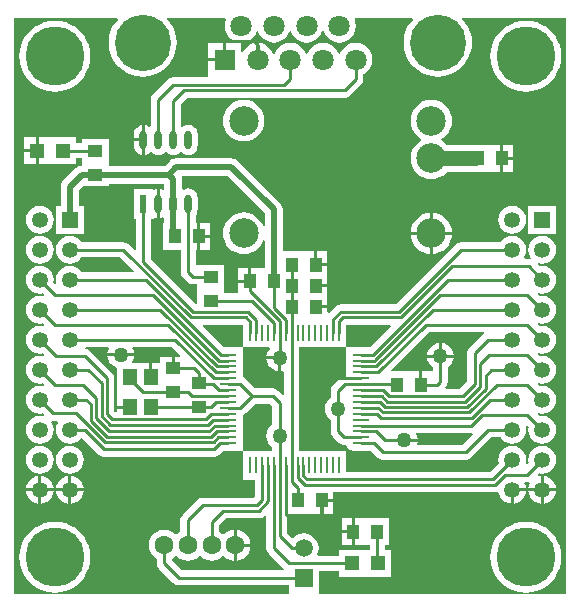
<source format=gtl>
%FSLAX25Y25*%
%MOIN*%
G70*
G01*
G75*
G04 Layer_Physical_Order=1*
G04 Layer_Color=255*
%ADD10R,0.05118X0.03937*%
%ADD11R,0.04724X0.05512*%
%ADD12R,0.04724X0.05512*%
%ADD13R,0.02362X0.06102*%
%ADD14O,0.02362X0.06102*%
%ADD15R,0.03937X0.05118*%
%ADD16R,0.04724X0.05118*%
%ADD17R,0.00984X0.05709*%
%ADD18R,0.05709X0.00984*%
%ADD19O,0.05709X0.00984*%
%ADD20C,0.01000*%
%ADD21C,0.02000*%
%ADD22C,0.05000*%
%ADD23C,0.09843*%
%ADD24R,0.05906X0.05906*%
%ADD25C,0.05906*%
%ADD26C,0.07087*%
%ADD27R,0.07087X0.07087*%
%ADD28C,0.18740*%
%ADD29C,0.06299*%
%ADD30C,0.05315*%
%ADD31R,0.05315X0.05315*%
%ADD32C,0.05000*%
%ADD33C,0.19685*%
G36*
X630787Y470836D02*
X630596Y470374D01*
X629000D01*
Y466436D01*
X628000D01*
Y470374D01*
X623973D01*
Y468146D01*
X621543D01*
Y463420D01*
X620543D01*
Y468146D01*
X615007D01*
X614786Y468594D01*
X614903Y468747D01*
X615353Y469834D01*
X615441Y470500D01*
X606559D01*
X606646Y469834D01*
X607097Y468747D01*
X607813Y467813D01*
X608746Y467097D01*
X609626Y466733D01*
Y458697D01*
X609626Y458697D01*
X609626Y458303D01*
X609626D01*
Y454079D01*
X613958D01*
Y453079D01*
X609626D01*
Y452052D01*
X609146D01*
X608879Y452319D01*
Y463138D01*
X608687Y464101D01*
X608142Y464918D01*
X600780Y472280D01*
X599963Y472825D01*
X599000Y473017D01*
Y473130D01*
X599354Y473483D01*
X606742D01*
X607020Y473067D01*
X606646Y472166D01*
X606559Y471500D01*
X615441D01*
X615353Y472166D01*
X614903Y473253D01*
X615017Y473483D01*
X628140D01*
X630787Y470836D01*
D02*
G37*
G36*
X728453Y444513D02*
X724958Y441017D01*
X710191D01*
X709861Y441393D01*
X709941Y442000D01*
X705499D01*
Y443000D01*
X709941D01*
X709854Y443667D01*
X709403Y444754D01*
X709470Y444889D01*
X727891D01*
X728218Y444954D01*
X728453Y444513D01*
D02*
G37*
G36*
X658943Y518197D02*
Y513986D01*
X658448Y513912D01*
X658376Y514149D01*
X657737Y515346D01*
X656876Y516395D01*
X655827Y517256D01*
X654630Y517896D01*
X653331Y518290D01*
X651980Y518423D01*
X650630Y518290D01*
X649331Y517896D01*
X648134Y517256D01*
X647085Y516395D01*
X646224Y515346D01*
X645584Y514149D01*
X645190Y512851D01*
X645057Y511500D01*
X645190Y510149D01*
X645584Y508851D01*
X646224Y507654D01*
X647085Y506605D01*
X648134Y505744D01*
X649331Y505104D01*
X650630Y504710D01*
X651980Y504577D01*
X653331Y504710D01*
X654630Y505104D01*
X655827Y505744D01*
X656876Y506605D01*
X657737Y507654D01*
X658376Y508851D01*
X658448Y509088D01*
X658943Y509014D01*
Y500028D01*
X658000D01*
Y500028D01*
Y500028D01*
X658000D01*
Y500028D01*
X654563D01*
Y495499D01*
X654064D01*
Y495000D01*
X650126D01*
Y491517D01*
X645528D01*
Y493000D01*
D01*
Y493000D01*
X645528Y493000D01*
Y493000D01*
X645528D01*
X645528D01*
Y500874D01*
X636473D01*
Y500874D01*
X636370D01*
X636017Y501228D01*
Y505972D01*
X636437D01*
Y510499D01*
Y515028D01*
X636017D01*
Y517606D01*
X636251Y517912D01*
X636568Y518678D01*
X636677Y519500D01*
Y523240D01*
X636568Y524062D01*
X636251Y524828D01*
X635746Y525487D01*
X635088Y525991D01*
X634322Y526309D01*
X633500Y526417D01*
X632678Y526309D01*
X631912Y525991D01*
X631494Y526197D01*
Y529500D01*
X631392Y530275D01*
X631546Y530506D01*
X646634D01*
X658943Y518197D01*
D02*
G37*
G36*
X659546Y417334D02*
Y406437D01*
X659546Y406437D01*
X659546D01*
X659738Y405474D01*
X660283Y404657D01*
X665220Y399720D01*
X665277Y399683D01*
X665131Y399204D01*
X631355D01*
X628017Y402542D01*
Y403003D01*
X628081Y403029D01*
X629150Y403850D01*
X629187Y403898D01*
X629687D01*
X629724Y403850D01*
X630793Y403029D01*
X632038Y402514D01*
X633374Y402338D01*
X634710Y402514D01*
X635955Y403029D01*
X637024Y403850D01*
X637061Y403898D01*
X637561D01*
X637598Y403850D01*
X638667Y403029D01*
X639912Y402514D01*
X641248Y402338D01*
X642584Y402514D01*
X643829Y403029D01*
X644898Y403850D01*
X644935Y403898D01*
X645435D01*
X645472Y403850D01*
X646541Y403029D01*
X647786Y402514D01*
X648622Y402404D01*
Y407499D01*
Y412596D01*
X647786Y412486D01*
X646541Y411971D01*
X645472Y411150D01*
X645435Y411102D01*
X644935D01*
X644898Y411150D01*
X643829Y411971D01*
X643765Y411997D01*
Y414206D01*
X646042Y416483D01*
X657000D01*
X657963Y416675D01*
X658780Y417220D01*
X659084Y417525D01*
X659546Y417334D01*
D02*
G37*
G36*
X732057Y478005D02*
X731720Y477780D01*
X727220Y473280D01*
X726675Y472463D01*
X726483Y471500D01*
Y462196D01*
X723957Y459670D01*
X719383D01*
X719192Y460132D01*
X719280Y460220D01*
X719825Y461037D01*
X720017Y462000D01*
Y466799D01*
X720687Y467313D01*
X721403Y468247D01*
X721853Y469334D01*
X721941Y470000D01*
X713059D01*
X713146Y469334D01*
X713597Y468247D01*
X714313Y467313D01*
X714983Y466799D01*
Y465528D01*
X714874D01*
Y465527D01*
X711437D01*
Y460999D01*
X710437D01*
Y465527D01*
X707000D01*
D01*
X707000Y465528D01*
X707000D01*
Y465527D01*
D01*
X701324D01*
X701132Y465989D01*
X713626Y478483D01*
X731912D01*
X732057Y478005D01*
D02*
G37*
G36*
X759505Y391082D02*
X676921D01*
Y391579D01*
X676921D01*
Y398983D01*
X683776D01*
Y396972D01*
X692437D01*
Y396972D01*
X692437D01*
X692437Y396972D01*
X692791Y396972D01*
X692791Y396972D01*
Y396972D01*
X701098D01*
Y406028D01*
X698954D01*
Y407472D01*
X700374D01*
Y416528D01*
X692854D01*
X692853Y416528D01*
Y416528D01*
X692500Y416528D01*
D01*
X692500Y416528D01*
X692500Y416528D01*
D01*
X692500D01*
X692146Y416528D01*
X692146Y416528D01*
Y416528D01*
X689063D01*
Y411999D01*
Y407472D01*
X692500D01*
Y407472D01*
X692500D01*
X692500Y407472D01*
X692853Y407472D01*
X692854Y407472D01*
Y407472D01*
X693920D01*
Y406028D01*
X692791D01*
X692791Y406028D01*
Y406028D01*
X692437Y406028D01*
D01*
X692437Y406028D01*
X692437Y406028D01*
D01*
X692437D01*
X692083Y406028D01*
X692083Y406028D01*
Y406028D01*
X683776D01*
Y404017D01*
X676748D01*
X676470Y404433D01*
X676795Y405215D01*
X676964Y406500D01*
X676795Y407785D01*
X676299Y408982D01*
X675510Y410010D01*
X674482Y410799D01*
X673285Y411295D01*
X672000Y411464D01*
X670715Y411295D01*
X669518Y410799D01*
X668490Y410010D01*
X668077Y409983D01*
X666548Y411511D01*
Y417592D01*
X666963Y417675D01*
X667409Y417973D01*
X674000D01*
D01*
X674000Y417972D01*
X674000Y417972D01*
X674000D01*
Y417972D01*
Y417973D01*
X677437D01*
Y422501D01*
X677936D01*
Y423000D01*
X681874D01*
Y425196D01*
X735740D01*
X736551Y425357D01*
X736957Y425066D01*
X736993Y424792D01*
X737459Y423667D01*
X738201Y422701D01*
X739167Y421959D01*
X740292Y421493D01*
X741000Y421400D01*
Y426001D01*
X741499D01*
Y426500D01*
X746100D01*
X746007Y427208D01*
X745541Y428333D01*
X745615Y428483D01*
X746500D01*
X747093Y428601D01*
X747410Y428215D01*
X746993Y427208D01*
X746900Y426500D01*
X751000D01*
Y430600D01*
X750292Y430507D01*
X750237Y430484D01*
X749959Y430900D01*
X750522Y431463D01*
X751500Y431334D01*
X752708Y431493D01*
X753833Y431959D01*
X754799Y432701D01*
X755541Y433667D01*
X756007Y434792D01*
X756166Y436000D01*
X756007Y437208D01*
X755541Y438333D01*
X754799Y439299D01*
X753833Y440041D01*
X752708Y440507D01*
X751500Y440666D01*
X750292Y440507D01*
X749167Y440041D01*
X748201Y439299D01*
X747459Y438333D01*
X746993Y437208D01*
X746834Y436000D01*
X746963Y435022D01*
X746400Y434459D01*
X745984Y434737D01*
X746007Y434792D01*
X746166Y436000D01*
X746007Y437208D01*
X745541Y438333D01*
X744799Y439299D01*
X743833Y440041D01*
X742708Y440507D01*
X741500Y440666D01*
X740292Y440507D01*
X739167Y440041D01*
X738201Y439299D01*
X737459Y438333D01*
X736993Y437208D01*
X736834Y436000D01*
X736963Y435022D01*
X733957Y432017D01*
X686177D01*
Y439039D01*
X670485D01*
Y473488D01*
X686177D01*
Y478028D01*
X686233Y478311D01*
Y480983D01*
X700771D01*
X700962Y480521D01*
X693985Y473544D01*
X691000D01*
X690717Y473488D01*
X686177D01*
Y471520D01*
Y466598D01*
Y464630D01*
Y463702D01*
X685685D01*
X684722Y463510D01*
X683905Y462965D01*
X681720Y460780D01*
X681175Y459963D01*
X680983Y459000D01*
Y456701D01*
X680313Y456187D01*
X679597Y455254D01*
X679146Y454167D01*
X678993Y453000D01*
X679146Y451833D01*
X679597Y450746D01*
X680313Y449813D01*
X680983Y449299D01*
Y445500D01*
X681175Y444537D01*
X681720Y443720D01*
X683752Y441689D01*
X683752Y441689D01*
X683752D01*
X683752Y441689D01*
X683752D01*
X683752Y441689D01*
Y441689D01*
Y441689D01*
D01*
D01*
X683752D01*
Y441689D01*
X684568Y441143D01*
X685532Y440952D01*
X686238D01*
X686320Y440540D01*
X686864Y439726D01*
X687678Y439182D01*
X688638Y438991D01*
X690960D01*
X691000Y438983D01*
X694457D01*
X696720Y436720D01*
X696720Y436720D01*
X696720D01*
X696720Y436720D01*
X696720D01*
X696720Y436720D01*
Y436720D01*
Y436720D01*
D01*
D01*
X696720D01*
Y436720D01*
X697537Y436175D01*
X698500Y435983D01*
X726000D01*
X726963Y436175D01*
X727780Y436720D01*
X734543Y443483D01*
X737600D01*
X738201Y442701D01*
X739167Y441959D01*
X740292Y441493D01*
X741500Y441334D01*
X742708Y441493D01*
X743833Y441959D01*
X744799Y442701D01*
X745541Y443667D01*
X746007Y444792D01*
X746166Y446000D01*
X746007Y447208D01*
X745984Y447263D01*
X746400Y447541D01*
X746963Y446978D01*
X746834Y446000D01*
X746993Y444792D01*
X747459Y443667D01*
X748201Y442701D01*
X749167Y441959D01*
X750292Y441493D01*
X751500Y441334D01*
X752708Y441493D01*
X753833Y441959D01*
X754799Y442701D01*
X755541Y443667D01*
X756007Y444792D01*
X756166Y446000D01*
X756007Y447208D01*
X755541Y448333D01*
X754799Y449299D01*
X753833Y450041D01*
X752708Y450507D01*
X751500Y450666D01*
X750522Y450537D01*
X749959Y451100D01*
X750237Y451516D01*
X750292Y451493D01*
X751500Y451334D01*
X752708Y451493D01*
X753833Y451959D01*
X754799Y452701D01*
X755541Y453667D01*
X756007Y454792D01*
X756166Y456000D01*
X756007Y457208D01*
X755541Y458333D01*
X754799Y459299D01*
X753833Y460041D01*
X752708Y460507D01*
X751500Y460666D01*
X750522Y460537D01*
X749959Y461100D01*
X750237Y461516D01*
X750292Y461493D01*
X751500Y461334D01*
X752708Y461493D01*
X753833Y461959D01*
X754799Y462701D01*
X755541Y463667D01*
X756007Y464792D01*
X756166Y466000D01*
X756007Y467208D01*
X755541Y468333D01*
X754799Y469299D01*
X753833Y470041D01*
X752708Y470507D01*
X751500Y470666D01*
X750522Y470537D01*
X749959Y471100D01*
X750237Y471516D01*
X750292Y471493D01*
X751500Y471334D01*
X752708Y471493D01*
X753833Y471959D01*
X754799Y472701D01*
X755541Y473667D01*
X756007Y474792D01*
X756166Y476000D01*
X756007Y477208D01*
X755541Y478333D01*
X754799Y479299D01*
X753833Y480041D01*
X752708Y480507D01*
X751500Y480666D01*
X750522Y480537D01*
X749959Y481100D01*
X750237Y481516D01*
X750292Y481493D01*
X751500Y481334D01*
X752708Y481493D01*
X753833Y481959D01*
X754799Y482701D01*
X755541Y483667D01*
X756007Y484792D01*
X756166Y486000D01*
X756007Y487208D01*
X755541Y488333D01*
X754799Y489299D01*
X753833Y490041D01*
X752708Y490507D01*
X751500Y490666D01*
X750522Y490537D01*
X749959Y491100D01*
X750237Y491516D01*
X750292Y491493D01*
X751500Y491334D01*
X752708Y491493D01*
X753833Y491959D01*
X754799Y492701D01*
X755541Y493667D01*
X756007Y494792D01*
X756166Y496000D01*
X756007Y497208D01*
X755541Y498333D01*
X754799Y499299D01*
X753833Y500041D01*
X752708Y500507D01*
X751500Y500666D01*
X750522Y500537D01*
X749959Y501100D01*
X750237Y501516D01*
X750292Y501493D01*
X751500Y501334D01*
X752708Y501493D01*
X753833Y501959D01*
X754799Y502701D01*
X755541Y503667D01*
X756007Y504792D01*
X756166Y506000D01*
X756007Y507208D01*
X755541Y508333D01*
X754799Y509299D01*
X753833Y510041D01*
X752708Y510507D01*
X751500Y510666D01*
X750292Y510507D01*
X749167Y510041D01*
X748201Y509299D01*
X747459Y508333D01*
X746993Y507208D01*
X746834Y506000D01*
X746993Y504792D01*
X747459Y503667D01*
X747699Y503355D01*
X747435Y502930D01*
X747000Y503017D01*
X745607D01*
X745386Y503465D01*
X745541Y503667D01*
X746007Y504792D01*
X746166Y506000D01*
X746007Y507208D01*
X745541Y508333D01*
X744799Y509299D01*
X743833Y510041D01*
X742708Y510507D01*
X741500Y510666D01*
X740292Y510507D01*
X739167Y510041D01*
X738201Y509299D01*
X737600Y508517D01*
X724500D01*
X723537Y508325D01*
X722720Y507780D01*
X702745Y487804D01*
X684260D01*
X683296Y487613D01*
X682480Y487067D01*
X680336Y484923D01*
X679874Y485114D01*
Y486500D01*
X675936D01*
Y487500D01*
X679874D01*
Y489472D01*
Y493500D01*
X675936D01*
Y494500D01*
X679874D01*
Y496473D01*
Y500500D01*
X675936D01*
Y500999D01*
X675437D01*
Y505527D01*
X672000D01*
D01*
X672000Y505528D01*
X672000D01*
Y505527D01*
D01*
X664931D01*
Y519437D01*
X664829Y520212D01*
X664654Y520635D01*
X664530Y520934D01*
X664054Y521554D01*
X649991Y535617D01*
X649371Y536093D01*
X648861Y536305D01*
X648649Y536392D01*
X647874Y536494D01*
X629374D01*
X628599Y536392D01*
X628176Y536217D01*
X627877Y536093D01*
X627257Y535617D01*
X625697Y534057D01*
X607027D01*
Y534646D01*
X607028Y534647D01*
X607027D01*
X607028Y535000D01*
Y535000D01*
Y535000D01*
X607028D01*
X607028Y535000D01*
X607027Y535354D01*
X607028Y535354D01*
X607027D01*
Y542874D01*
X597972D01*
Y541454D01*
X596224D01*
Y543528D01*
X587917D01*
X587917Y543528D01*
Y543528D01*
X587563Y543528D01*
X587563D01*
X587563D01*
X587209Y543528D01*
X587209Y543528D01*
Y543528D01*
X583732D01*
Y538999D01*
Y534473D01*
X587563D01*
Y534472D01*
X587563D01*
X587563Y534472D01*
X587917Y534473D01*
X587917Y534472D01*
Y534473D01*
X596224D01*
Y536420D01*
X597972D01*
Y535354D01*
X597972Y535354D01*
X597972D01*
X597972Y535000D01*
X597972Y535000D01*
X597972D01*
D01*
Y534045D01*
X597288Y533955D01*
X597077Y533868D01*
X596566Y533656D01*
X595946Y533180D01*
X591883Y529117D01*
X591407Y528497D01*
X591195Y527986D01*
X591108Y527775D01*
X591006Y527000D01*
Y520626D01*
X589374D01*
Y511374D01*
X598626D01*
Y520626D01*
X596994D01*
Y525760D01*
X598360Y527126D01*
X607027D01*
Y528069D01*
X625506D01*
Y526197D01*
X625088Y525991D01*
X624322Y526309D01*
X624000Y526351D01*
Y521369D01*
Y516389D01*
X624322Y516432D01*
X625088Y516749D01*
X625506Y516543D01*
Y515028D01*
X625126D01*
Y505972D01*
X630983D01*
Y498500D01*
X630983Y498500D01*
X630983D01*
X631175Y497537D01*
X631720Y496720D01*
X633283Y495157D01*
X634100Y494612D01*
X635063Y494420D01*
X636473D01*
Y493000D01*
D01*
X636472Y493000D01*
X636472Y493000D01*
D01*
D01*
Y493000D01*
X636473D01*
D01*
Y488090D01*
X636011Y487898D01*
X621017Y502892D01*
Y516350D01*
X621650D01*
Y516407D01*
X622065Y516685D01*
X622678Y516432D01*
X623000Y516389D01*
Y521369D01*
Y526351D01*
X622678Y526309D01*
X622065Y526055D01*
X621650Y526333D01*
Y526390D01*
X615350D01*
Y516350D01*
X615983D01*
Y506051D01*
X615521Y505860D01*
X613601Y507780D01*
X612785Y508325D01*
X611822Y508517D01*
X597900D01*
X597299Y509299D01*
X596333Y510041D01*
X595208Y510507D01*
X594000Y510666D01*
X592792Y510507D01*
X591667Y510041D01*
X590701Y509299D01*
X589959Y508333D01*
X589493Y507208D01*
X589334Y506000D01*
X589493Y504792D01*
X589959Y503667D01*
X590701Y502701D01*
X591667Y501959D01*
X592792Y501493D01*
X594000Y501334D01*
X595208Y501493D01*
X596333Y501959D01*
X597299Y502701D01*
X597900Y503483D01*
X610779D01*
X615283Y498979D01*
X615092Y498517D01*
X597900D01*
X597299Y499299D01*
X596333Y500041D01*
X595208Y500507D01*
X594000Y500666D01*
X592792Y500507D01*
X591667Y500041D01*
X590701Y499299D01*
X589959Y498333D01*
X589493Y497208D01*
X589334Y496000D01*
X589493Y494792D01*
X589516Y494737D01*
X589100Y494459D01*
X588537Y495022D01*
X588666Y496000D01*
X588507Y497208D01*
X588041Y498333D01*
X587299Y499299D01*
X586333Y500041D01*
X585208Y500507D01*
X584000Y500666D01*
X582792Y500507D01*
X581667Y500041D01*
X580701Y499299D01*
X579959Y498333D01*
X579493Y497208D01*
X579334Y496000D01*
X579493Y494792D01*
X579959Y493667D01*
X580701Y492701D01*
X581667Y491959D01*
X582792Y491493D01*
X584000Y491334D01*
X584978Y491463D01*
X585541Y490900D01*
X585263Y490484D01*
X585208Y490507D01*
X584000Y490666D01*
X582792Y490507D01*
X581667Y490041D01*
X580701Y489299D01*
X579959Y488333D01*
X579493Y487208D01*
X579334Y486000D01*
X579493Y484792D01*
X579959Y483667D01*
X580701Y482701D01*
X581667Y481959D01*
X582792Y481493D01*
X584000Y481334D01*
X584978Y481463D01*
X585541Y480900D01*
X585263Y480484D01*
X585208Y480507D01*
X584000Y480666D01*
X582792Y480507D01*
X581667Y480041D01*
X580701Y479299D01*
X579959Y478333D01*
X579493Y477208D01*
X579334Y476000D01*
X579493Y474792D01*
X579959Y473667D01*
X580701Y472701D01*
X581667Y471959D01*
X582792Y471493D01*
X584000Y471334D01*
X584978Y471463D01*
X585541Y470900D01*
X585263Y470484D01*
X585208Y470507D01*
X584000Y470666D01*
X582792Y470507D01*
X581667Y470041D01*
X580701Y469299D01*
X579959Y468333D01*
X579493Y467208D01*
X579334Y466000D01*
X579493Y464792D01*
X579959Y463667D01*
X580701Y462701D01*
X581667Y461959D01*
X582792Y461493D01*
X584000Y461334D01*
X584978Y461463D01*
X585541Y460900D01*
X585263Y460484D01*
X585208Y460507D01*
X584000Y460666D01*
X582792Y460507D01*
X581667Y460041D01*
X580701Y459299D01*
X579959Y458333D01*
X579493Y457208D01*
X579334Y456000D01*
X579493Y454792D01*
X579959Y453667D01*
X580701Y452701D01*
X581667Y451959D01*
X582792Y451493D01*
X584000Y451334D01*
X584978Y451463D01*
X585541Y450900D01*
X585263Y450484D01*
X585208Y450507D01*
X584000Y450666D01*
X582792Y450507D01*
X581667Y450041D01*
X580701Y449299D01*
X579959Y448333D01*
X579493Y447208D01*
X579334Y446000D01*
X579493Y444792D01*
X579959Y443667D01*
X580701Y442701D01*
X581667Y441959D01*
X582792Y441493D01*
X584000Y441334D01*
X585208Y441493D01*
X586333Y441959D01*
X587299Y442701D01*
X588041Y443667D01*
X588507Y444792D01*
X588666Y446000D01*
X588507Y447208D01*
X588041Y448333D01*
X587801Y448645D01*
X588065Y449070D01*
X588500Y448983D01*
X589893D01*
X590114Y448535D01*
X589959Y448333D01*
X589493Y447208D01*
X589334Y446000D01*
X589493Y444792D01*
X589959Y443667D01*
X590701Y442701D01*
X591667Y441959D01*
X592792Y441493D01*
X594000Y441334D01*
X595208Y441493D01*
X596333Y441959D01*
X597299Y442701D01*
X597694Y443215D01*
X598193Y443248D01*
X603720Y437720D01*
X604537Y437175D01*
X605500Y436983D01*
X642028D01*
X642991Y437175D01*
X643807Y437720D01*
X645070Y438983D01*
X646906D01*
X647188Y439039D01*
X651728D01*
Y441008D01*
Y442976D01*
Y444945D01*
Y449866D01*
Y450850D01*
Y450977D01*
X651774Y450986D01*
X652591Y451531D01*
X655793Y454733D01*
X660708D01*
X661483Y453958D01*
Y447701D01*
X660813Y447187D01*
X660097Y446253D01*
X659647Y445166D01*
X659493Y444000D01*
X659647Y442834D01*
X660097Y441747D01*
X660813Y440813D01*
X661515Y440275D01*
Y439039D01*
X651728D01*
Y429394D01*
X655609D01*
Y423696D01*
X655217Y423304D01*
X638287D01*
X637324Y423113D01*
X636508Y422567D01*
X631594Y417654D01*
X631049Y416837D01*
X630857Y415874D01*
Y411997D01*
X630793Y411971D01*
X629724Y411150D01*
X629687Y411102D01*
X629187D01*
X629150Y411150D01*
X628081Y411971D01*
X626836Y412486D01*
X625500Y412662D01*
X624164Y412486D01*
X622919Y411971D01*
X621850Y411150D01*
X621029Y410081D01*
X620514Y408836D01*
X620338Y407500D01*
X620514Y406164D01*
X621029Y404919D01*
X621850Y403850D01*
X622919Y403029D01*
X622983Y403003D01*
Y401500D01*
X622983Y401500D01*
X622983D01*
X623175Y400537D01*
X623720Y399720D01*
X628533Y394908D01*
X629349Y394362D01*
X630313Y394170D01*
X667079D01*
Y391579D01*
X667079D01*
Y391435D01*
X666725Y391082D01*
X575346D01*
Y583115D01*
X609730D01*
X609939Y582661D01*
X609106Y581685D01*
X608173Y580163D01*
X607490Y578515D01*
X607073Y576779D01*
X606933Y575000D01*
X607073Y573221D01*
X607490Y571485D01*
X608173Y569837D01*
X609106Y568315D01*
X610265Y566958D01*
X611622Y565799D01*
X613144Y564866D01*
X614792Y564183D01*
X616528Y563766D01*
X618307Y563626D01*
X620086Y563766D01*
X621822Y564183D01*
X623471Y564866D01*
X624992Y565799D01*
X626349Y566958D01*
X627509Y568315D01*
X628441Y569837D01*
X629124Y571485D01*
X629541Y573221D01*
X629681Y575000D01*
X629541Y576779D01*
X629124Y578515D01*
X628441Y580163D01*
X627509Y581685D01*
X626349Y583042D01*
X626376Y583115D01*
X645772D01*
X646049Y582699D01*
X645772Y582029D01*
X645582Y580591D01*
X645772Y579152D01*
X646327Y577811D01*
X647211Y576659D01*
X648362Y575776D01*
X649242Y575412D01*
X649144Y574921D01*
X646189D01*
Y569408D01*
X645690D01*
Y568910D01*
X640177D01*
Y563898D01*
X640177D01*
Y563870D01*
X639824Y563517D01*
X628500D01*
X627537Y563325D01*
X626720Y562780D01*
X621720Y557780D01*
X621175Y556963D01*
X620983Y556000D01*
Y547130D01*
X620535Y546909D01*
X620088Y547251D01*
X619322Y547569D01*
X619000Y547611D01*
Y542629D01*
Y537649D01*
X619322Y537691D01*
X620088Y538009D01*
X620746Y538514D01*
X620750Y538518D01*
X621250D01*
X621254Y538514D01*
X621912Y538009D01*
X622678Y537691D01*
X623500Y537583D01*
X624322Y537691D01*
X625088Y538009D01*
X625746Y538514D01*
X625750Y538518D01*
X626250D01*
X626254Y538514D01*
X626912Y538009D01*
X627678Y537691D01*
X628500Y537583D01*
X629322Y537691D01*
X630088Y538009D01*
X630746Y538514D01*
X630750Y538518D01*
X631250D01*
X631254Y538514D01*
X631912Y538009D01*
X632678Y537691D01*
X633500Y537583D01*
X634322Y537691D01*
X635088Y538009D01*
X635746Y538514D01*
X636251Y539172D01*
X636568Y539938D01*
X636677Y540760D01*
Y544500D01*
X636568Y545322D01*
X636251Y546088D01*
X635746Y546746D01*
X635088Y547251D01*
X634322Y547569D01*
X633500Y547677D01*
X632678Y547569D01*
X631912Y547251D01*
X631465Y546909D01*
X631017Y547130D01*
Y554458D01*
X633255Y556696D01*
X685713D01*
X686676Y556887D01*
X687492Y557433D01*
X687492Y557433D01*
X687492Y557433D01*
X691091Y561031D01*
X691636Y561848D01*
X691828Y562811D01*
X691828Y562811D01*
X691828Y562811D01*
Y562811D01*
Y564486D01*
X692091Y564595D01*
X693242Y565478D01*
X694126Y566630D01*
X694681Y567971D01*
X694870Y569410D01*
X694681Y570848D01*
X694126Y572189D01*
X693242Y573341D01*
X692091Y574224D01*
X690750Y574779D01*
X689311Y574969D01*
X687872Y574779D01*
X686531Y574224D01*
X685380Y573341D01*
X684496Y572189D01*
X684108Y571252D01*
X683608D01*
X683220Y572189D01*
X682337Y573341D01*
X681185Y574224D01*
X679844Y574779D01*
X678406Y574969D01*
X676967Y574779D01*
X675626Y574224D01*
X674474Y573341D01*
X673591Y572189D01*
X673203Y571252D01*
X672703D01*
X672315Y572189D01*
X671431Y573341D01*
X670280Y574224D01*
X668939Y574779D01*
X667500Y574969D01*
X666061Y574779D01*
X664720Y574224D01*
X663569Y573341D01*
X662685Y572189D01*
X662297Y571252D01*
X661797D01*
X661409Y572189D01*
X660526Y573341D01*
X659374Y574224D01*
X658033Y574779D01*
X657094Y574903D01*
Y569408D01*
X656095D01*
Y574903D01*
X655156Y574779D01*
X653815Y574224D01*
X652663Y573341D01*
X651780Y572189D01*
X651691Y571975D01*
X651201Y572072D01*
Y574921D01*
X651201D01*
Y575039D01*
X652581Y575221D01*
X653921Y575776D01*
X655073Y576659D01*
X655956Y577811D01*
X656345Y578748D01*
X656845D01*
X657233Y577811D01*
X658116Y576659D01*
X659268Y575776D01*
X660608Y575221D01*
X662047Y575031D01*
X663486Y575221D01*
X664827Y575776D01*
X665978Y576659D01*
X666862Y577811D01*
X667250Y578748D01*
X667750D01*
X668138Y577811D01*
X669022Y576659D01*
X670173Y575776D01*
X671514Y575221D01*
X672953Y575031D01*
X674392Y575221D01*
X675732Y575776D01*
X676884Y576659D01*
X677767Y577811D01*
X678156Y578748D01*
X678655D01*
X679044Y577811D01*
X679927Y576659D01*
X681079Y575776D01*
X682419Y575221D01*
X683858Y575031D01*
X685297Y575221D01*
X686638Y575776D01*
X687789Y576659D01*
X688673Y577811D01*
X689228Y579152D01*
X689418Y580591D01*
X689228Y582029D01*
X688951Y582699D01*
X689228Y583115D01*
X708115D01*
X708325Y582661D01*
X707491Y581685D01*
X706559Y580163D01*
X705876Y578515D01*
X705459Y576779D01*
X705319Y575000D01*
X705459Y573221D01*
X705876Y571485D01*
X706559Y569837D01*
X707491Y568315D01*
X708650Y566958D01*
X710008Y565799D01*
X711529Y564866D01*
X713178Y564183D01*
X714914Y563766D01*
X716693Y563626D01*
X718472Y563766D01*
X720208Y564183D01*
X721856Y564866D01*
X723378Y565799D01*
X724735Y566958D01*
X725894Y568315D01*
X726827Y569837D01*
X727510Y571485D01*
X727926Y573221D01*
X728067Y575000D01*
X727926Y576779D01*
X727510Y578515D01*
X726827Y580163D01*
X725894Y581685D01*
X724735Y583042D01*
X724762Y583115D01*
X759505D01*
Y391082D01*
D02*
G37*
G36*
X651672Y478311D02*
X651728Y478028D01*
Y473488D01*
X660479D01*
X660700Y473040D01*
X660097Y472254D01*
X659647Y471167D01*
X659559Y470500D01*
X664001D01*
Y470001D01*
X664500D01*
Y465559D01*
X665076Y465635D01*
X665452Y465305D01*
Y457761D01*
X664990Y457570D01*
X663530Y459030D01*
X662713Y459575D01*
X661750Y459767D01*
X655793D01*
X652595Y462965D01*
X651778Y463510D01*
X651728Y463520D01*
Y463646D01*
Y464630D01*
Y466598D01*
Y468567D01*
Y473488D01*
X647188D01*
X646906Y473544D01*
X645309D01*
X638339Y480514D01*
X638530Y480976D01*
X651672D01*
Y478311D01*
D02*
G37*
%LPC*%
G36*
X584500Y430600D02*
Y426500D01*
X588600D01*
X588507Y427208D01*
X588041Y428333D01*
X587299Y429299D01*
X586333Y430041D01*
X585208Y430507D01*
X584500Y430600D01*
D02*
G37*
G36*
X756100Y425500D02*
X752000D01*
Y421400D01*
X752708Y421493D01*
X753833Y421959D01*
X754799Y422701D01*
X755541Y423667D01*
X756007Y424792D01*
X756100Y425500D01*
D02*
G37*
G36*
X583500Y430600D02*
X582792Y430507D01*
X581667Y430041D01*
X580701Y429299D01*
X579959Y428333D01*
X579493Y427208D01*
X579400Y426500D01*
X583500D01*
Y430600D01*
D02*
G37*
G36*
X593500D02*
X592792Y430507D01*
X591667Y430041D01*
X590701Y429299D01*
X589959Y428333D01*
X589493Y427208D01*
X589400Y426500D01*
X593500D01*
Y430600D01*
D02*
G37*
G36*
X584000Y440666D02*
X582792Y440507D01*
X581667Y440041D01*
X580701Y439299D01*
X579959Y438333D01*
X579493Y437208D01*
X579334Y436000D01*
X579493Y434792D01*
X579959Y433667D01*
X580701Y432701D01*
X581667Y431959D01*
X582792Y431493D01*
X584000Y431334D01*
X585208Y431493D01*
X586333Y431959D01*
X587299Y432701D01*
X588041Y433667D01*
X588507Y434792D01*
X588666Y436000D01*
X588507Y437208D01*
X588041Y438333D01*
X587299Y439299D01*
X586333Y440041D01*
X585208Y440507D01*
X584000Y440666D01*
D02*
G37*
G36*
X594000D02*
X592792Y440507D01*
X591667Y440041D01*
X590701Y439299D01*
X589959Y438333D01*
X589493Y437208D01*
X589334Y436000D01*
X589493Y434792D01*
X589959Y433667D01*
X590701Y432701D01*
X591667Y431959D01*
X592792Y431493D01*
X594000Y431334D01*
X595208Y431493D01*
X596333Y431959D01*
X597299Y432701D01*
X598041Y433667D01*
X598507Y434792D01*
X598666Y436000D01*
X598507Y437208D01*
X598041Y438333D01*
X597299Y439299D01*
X596333Y440041D01*
X595208Y440507D01*
X594000Y440666D01*
D02*
G37*
G36*
X594500Y430600D02*
Y426500D01*
X598600D01*
X598507Y427208D01*
X598041Y428333D01*
X597299Y429299D01*
X596333Y430041D01*
X595208Y430507D01*
X594500Y430600D01*
D02*
G37*
G36*
X752000D02*
Y426500D01*
X756100D01*
X756007Y427208D01*
X755541Y428333D01*
X754799Y429299D01*
X753833Y430041D01*
X752708Y430507D01*
X752000Y430600D01*
D02*
G37*
G36*
X751000Y425500D02*
X746900D01*
X746993Y424792D01*
X747459Y423667D01*
X748201Y422701D01*
X749167Y421959D01*
X750292Y421493D01*
X751000Y421400D01*
Y425500D01*
D02*
G37*
G36*
X688063Y411500D02*
X684626D01*
Y407472D01*
X688063D01*
Y411500D01*
D02*
G37*
G36*
X649622Y412596D02*
Y408000D01*
X654218D01*
X654108Y408836D01*
X653593Y410081D01*
X652772Y411150D01*
X651703Y411971D01*
X650458Y412486D01*
X649622Y412596D01*
D02*
G37*
G36*
X688063Y416528D02*
X684626D01*
Y412500D01*
X688063D01*
Y416528D01*
D02*
G37*
G36*
X589000Y415347D02*
X587147Y415202D01*
X585339Y414768D01*
X583621Y414056D01*
X582036Y413085D01*
X580622Y411877D01*
X579415Y410464D01*
X578444Y408879D01*
X577732Y407161D01*
X577298Y405353D01*
X577152Y403500D01*
X577298Y401647D01*
X577732Y399839D01*
X578444Y398121D01*
X579415Y396536D01*
X580622Y395123D01*
X582036Y393915D01*
X583621Y392944D01*
X585339Y392232D01*
X587147Y391798D01*
X589000Y391652D01*
X590853Y391798D01*
X592661Y392232D01*
X594379Y392944D01*
X595964Y393915D01*
X597377Y395123D01*
X598585Y396536D01*
X599556Y398121D01*
X600268Y399839D01*
X600702Y401647D01*
X600847Y403500D01*
X600702Y405353D01*
X600268Y407161D01*
X599556Y408879D01*
X598585Y410464D01*
X597377Y411877D01*
X595964Y413085D01*
X594379Y414056D01*
X592661Y414768D01*
X590853Y415202D01*
X589000Y415347D01*
D02*
G37*
G36*
X746000D02*
X744147Y415202D01*
X742339Y414768D01*
X740621Y414056D01*
X739036Y413085D01*
X737622Y411877D01*
X736415Y410464D01*
X735444Y408879D01*
X734732Y407161D01*
X734298Y405353D01*
X734153Y403500D01*
X734298Y401647D01*
X734732Y399839D01*
X735444Y398121D01*
X736415Y396536D01*
X737622Y395123D01*
X739036Y393915D01*
X740621Y392944D01*
X742339Y392232D01*
X744147Y391798D01*
X746000Y391652D01*
X747853Y391798D01*
X749661Y392232D01*
X751379Y392944D01*
X752964Y393915D01*
X754378Y395123D01*
X755585Y396536D01*
X756556Y398121D01*
X757268Y399839D01*
X757702Y401647D01*
X757847Y403500D01*
X757702Y405353D01*
X757268Y407161D01*
X756556Y408879D01*
X755585Y410464D01*
X754378Y411877D01*
X752964Y413085D01*
X751379Y414056D01*
X749661Y414768D01*
X747853Y415202D01*
X746000Y415347D01*
D02*
G37*
G36*
X654218Y407000D02*
X649622D01*
Y402404D01*
X650458Y402514D01*
X651703Y403029D01*
X652772Y403850D01*
X653593Y404919D01*
X654108Y406164D01*
X654218Y407000D01*
D02*
G37*
G36*
X593500Y425500D02*
X589400D01*
X589493Y424792D01*
X589959Y423667D01*
X590701Y422701D01*
X591667Y421959D01*
X592792Y421493D01*
X593500Y421400D01*
Y425500D01*
D02*
G37*
G36*
X598600D02*
X594500D01*
Y421400D01*
X595208Y421493D01*
X596333Y421959D01*
X597299Y422701D01*
X598041Y423667D01*
X598507Y424792D01*
X598600Y425500D01*
D02*
G37*
G36*
X746100D02*
X742000D01*
Y421400D01*
X742708Y421493D01*
X743833Y421959D01*
X744799Y422701D01*
X745541Y423667D01*
X746007Y424792D01*
X746100Y425500D01*
D02*
G37*
G36*
X681874Y422000D02*
X678437D01*
Y417973D01*
X681874D01*
Y422000D01*
D02*
G37*
G36*
X583500Y425500D02*
X579400D01*
X579493Y424792D01*
X579959Y423667D01*
X580701Y422701D01*
X581667Y421959D01*
X582792Y421493D01*
X583500Y421400D01*
Y425500D01*
D02*
G37*
G36*
X588600D02*
X584500D01*
Y421400D01*
X585208Y421493D01*
X586333Y421959D01*
X587299Y422701D01*
X588041Y423667D01*
X588507Y424792D01*
X588600Y425500D01*
D02*
G37*
G36*
X663500Y469500D02*
X659559D01*
X659647Y468833D01*
X660097Y467746D01*
X660813Y466813D01*
X661747Y466097D01*
X662833Y465647D01*
X663500Y465559D01*
Y469500D01*
D02*
G37*
G36*
X582732Y538500D02*
X578902D01*
Y534473D01*
X582732D01*
Y538500D01*
D02*
G37*
G36*
X741874Y541027D02*
X738437D01*
Y537000D01*
X741874D01*
Y541027D01*
D02*
G37*
G36*
X618000Y542130D02*
X615323D01*
Y540760D01*
X615431Y539938D01*
X615749Y539172D01*
X616254Y538514D01*
X616912Y538009D01*
X617678Y537691D01*
X618000Y537649D01*
Y542130D01*
D02*
G37*
G36*
X715000Y518374D02*
Y512000D01*
X721374D01*
X721290Y512851D01*
X720896Y514149D01*
X720256Y515346D01*
X719395Y516395D01*
X718346Y517256D01*
X717149Y517896D01*
X715851Y518290D01*
X715000Y518374D01*
D02*
G37*
G36*
X714500Y555943D02*
X713149Y555810D01*
X711851Y555416D01*
X710654Y554776D01*
X709605Y553915D01*
X708744Y552866D01*
X708104Y551669D01*
X707710Y550370D01*
X707577Y549020D01*
X707710Y547669D01*
X708104Y546370D01*
X708744Y545173D01*
X709605Y544124D01*
X710654Y543263D01*
X711128Y543010D01*
Y542510D01*
X710654Y542256D01*
X709605Y541395D01*
X708744Y540346D01*
X708104Y539149D01*
X707710Y537851D01*
X707577Y536500D01*
X707710Y535149D01*
X708104Y533851D01*
X708744Y532654D01*
X709605Y531605D01*
X710654Y530744D01*
X711851Y530104D01*
X713149Y529710D01*
X714500Y529577D01*
X715851Y529710D01*
X717149Y530104D01*
X718346Y530744D01*
X719395Y531605D01*
X719714Y531993D01*
X726126D01*
Y531973D01*
X734000D01*
Y531972D01*
X734000D01*
X734000Y531972D01*
X734353Y531973D01*
X734354Y531972D01*
Y531973D01*
X737437D01*
Y536499D01*
Y541027D01*
X734354D01*
X734353Y541028D01*
Y541027D01*
X734000Y541028D01*
X734000D01*
X734000D01*
X733646Y541027D01*
X733646Y541028D01*
Y541027D01*
X726126D01*
Y541007D01*
X719714D01*
X719395Y541395D01*
X718346Y542256D01*
X717872Y542510D01*
Y543010D01*
X718346Y543263D01*
X719395Y544124D01*
X720256Y545173D01*
X720896Y546370D01*
X721290Y547669D01*
X721423Y549020D01*
X721290Y550370D01*
X720896Y551669D01*
X720256Y552866D01*
X719395Y553915D01*
X718346Y554776D01*
X717149Y555416D01*
X715851Y555810D01*
X714500Y555943D01*
D02*
G37*
G36*
X741874Y536000D02*
X738437D01*
Y531973D01*
X741874D01*
Y536000D01*
D02*
G37*
G36*
X589000Y582347D02*
X587147Y582202D01*
X585339Y581768D01*
X583621Y581056D01*
X582036Y580085D01*
X580622Y578877D01*
X579415Y577464D01*
X578444Y575879D01*
X577732Y574161D01*
X577298Y572353D01*
X577152Y570500D01*
X577298Y568647D01*
X577732Y566839D01*
X578444Y565121D01*
X579415Y563536D01*
X580622Y562122D01*
X582036Y560915D01*
X583621Y559944D01*
X585339Y559232D01*
X587147Y558798D01*
X589000Y558652D01*
X590853Y558798D01*
X592661Y559232D01*
X594379Y559944D01*
X595964Y560915D01*
X597377Y562122D01*
X598585Y563536D01*
X599556Y565121D01*
X600268Y566839D01*
X600702Y568647D01*
X600847Y570500D01*
X600702Y572353D01*
X600268Y574161D01*
X599556Y575879D01*
X598585Y577464D01*
X597377Y578877D01*
X595964Y580085D01*
X594379Y581056D01*
X592661Y581768D01*
X590853Y582202D01*
X589000Y582347D01*
D02*
G37*
G36*
X746000D02*
X744147Y582202D01*
X742339Y581768D01*
X740621Y581056D01*
X739036Y580085D01*
X737622Y578877D01*
X736415Y577464D01*
X735444Y575879D01*
X734732Y574161D01*
X734298Y572353D01*
X734153Y570500D01*
X734298Y568647D01*
X734732Y566839D01*
X735444Y565121D01*
X736415Y563536D01*
X737622Y562122D01*
X739036Y560915D01*
X740621Y559944D01*
X742339Y559232D01*
X744147Y558798D01*
X746000Y558652D01*
X747853Y558798D01*
X749661Y559232D01*
X751379Y559944D01*
X752964Y560915D01*
X754378Y562122D01*
X755585Y563536D01*
X756556Y565121D01*
X757268Y566839D01*
X757702Y568647D01*
X757847Y570500D01*
X757702Y572353D01*
X757268Y574161D01*
X756556Y575879D01*
X755585Y577464D01*
X754378Y578877D01*
X752964Y580085D01*
X751379Y581056D01*
X749661Y581768D01*
X747853Y582202D01*
X746000Y582347D01*
D02*
G37*
G36*
X645189Y574921D02*
X640177D01*
Y569909D01*
X645189D01*
Y574921D01*
D02*
G37*
G36*
X582732Y543528D02*
X578902D01*
Y539500D01*
X582732D01*
Y543528D01*
D02*
G37*
G36*
X651980Y555943D02*
X650630Y555810D01*
X649331Y555416D01*
X648134Y554776D01*
X647085Y553915D01*
X646224Y552866D01*
X645584Y551669D01*
X645190Y550370D01*
X645057Y549020D01*
X645190Y547669D01*
X645584Y546370D01*
X646224Y545173D01*
X647085Y544124D01*
X648134Y543263D01*
X649331Y542624D01*
X650630Y542230D01*
X651980Y542097D01*
X653331Y542230D01*
X654630Y542624D01*
X655827Y543263D01*
X656876Y544124D01*
X657737Y545173D01*
X658376Y546370D01*
X658770Y547669D01*
X658903Y549020D01*
X658770Y550370D01*
X658376Y551669D01*
X657737Y552866D01*
X656876Y553915D01*
X655827Y554776D01*
X654630Y555416D01*
X653331Y555810D01*
X651980Y555943D01*
D02*
G37*
G36*
X618000Y547611D02*
X617678Y547569D01*
X616912Y547251D01*
X616254Y546746D01*
X615749Y546088D01*
X615431Y545322D01*
X615323Y544500D01*
Y543130D01*
X618000D01*
Y547611D01*
D02*
G37*
G36*
X714000Y518374D02*
X713149Y518290D01*
X711851Y517896D01*
X710654Y517256D01*
X709605Y516395D01*
X708744Y515346D01*
X708104Y514149D01*
X707710Y512851D01*
X707626Y512000D01*
X714000D01*
Y518374D01*
D02*
G37*
G36*
X584000Y510666D02*
X582792Y510507D01*
X581667Y510041D01*
X580701Y509299D01*
X579959Y508333D01*
X579493Y507208D01*
X579334Y506000D01*
X579493Y504792D01*
X579959Y503667D01*
X580701Y502701D01*
X581667Y501959D01*
X582792Y501493D01*
X584000Y501334D01*
X585208Y501493D01*
X586333Y501959D01*
X587299Y502701D01*
X588041Y503667D01*
X588507Y504792D01*
X588666Y506000D01*
X588507Y507208D01*
X588041Y508333D01*
X587299Y509299D01*
X586333Y510041D01*
X585208Y510507D01*
X584000Y510666D01*
D02*
G37*
G36*
X679874Y505527D02*
X676437D01*
Y501500D01*
X679874D01*
Y505527D01*
D02*
G37*
G36*
X714000Y511000D02*
X707626D01*
X707710Y510149D01*
X708104Y508851D01*
X708744Y507654D01*
X709605Y506605D01*
X710654Y505744D01*
X711851Y505104D01*
X713149Y504710D01*
X714000Y504626D01*
Y511000D01*
D02*
G37*
G36*
X717000Y474941D02*
X716333Y474854D01*
X715246Y474403D01*
X714313Y473687D01*
X713597Y472753D01*
X713146Y471666D01*
X713059Y471000D01*
X717000D01*
Y474941D01*
D02*
G37*
G36*
X718000D02*
Y471000D01*
X721941D01*
X721853Y471666D01*
X721403Y472753D01*
X720687Y473687D01*
X719754Y474403D01*
X718667Y474854D01*
X718000Y474941D01*
D02*
G37*
G36*
X653563Y500028D02*
X650126D01*
Y496000D01*
X653563D01*
Y500028D01*
D02*
G37*
G36*
X584000Y520666D02*
X582792Y520507D01*
X581667Y520041D01*
X580701Y519299D01*
X579959Y518333D01*
X579493Y517208D01*
X579334Y516000D01*
X579493Y514792D01*
X579959Y513667D01*
X580701Y512701D01*
X581667Y511959D01*
X582792Y511493D01*
X584000Y511334D01*
X585208Y511493D01*
X586333Y511959D01*
X587299Y512701D01*
X588041Y513667D01*
X588507Y514792D01*
X588666Y516000D01*
X588507Y517208D01*
X588041Y518333D01*
X587299Y519299D01*
X586333Y520041D01*
X585208Y520507D01*
X584000Y520666D01*
D02*
G37*
G36*
X741500D02*
X740292Y520507D01*
X739167Y520041D01*
X738201Y519299D01*
X737459Y518333D01*
X736993Y517208D01*
X736834Y516000D01*
X736993Y514792D01*
X737459Y513667D01*
X738201Y512701D01*
X739167Y511959D01*
X740292Y511493D01*
X741500Y511334D01*
X742708Y511493D01*
X743833Y511959D01*
X744799Y512701D01*
X745541Y513667D01*
X746007Y514792D01*
X746166Y516000D01*
X746007Y517208D01*
X745541Y518333D01*
X744799Y519299D01*
X743833Y520041D01*
X742708Y520507D01*
X741500Y520666D01*
D02*
G37*
G36*
X756126Y520626D02*
X746874D01*
Y511374D01*
X756126D01*
Y520626D01*
D02*
G37*
G36*
X721374Y511000D02*
X715000D01*
Y504626D01*
X715851Y504710D01*
X717149Y505104D01*
X718346Y505744D01*
X719395Y506605D01*
X720256Y507654D01*
X720896Y508851D01*
X721290Y510149D01*
X721374Y511000D01*
D02*
G37*
G36*
X640874Y510000D02*
X637437D01*
Y505972D01*
X640874D01*
Y510000D01*
D02*
G37*
G36*
Y515028D02*
X637437D01*
Y511000D01*
X640874D01*
Y515028D01*
D02*
G37*
%LPD*%
D10*
X637000Y461437D02*
D03*
Y453563D02*
D03*
X628500Y458563D02*
D03*
Y466437D02*
D03*
X602500Y538937D02*
D03*
Y531063D02*
D03*
X641000Y496937D02*
D03*
Y489063D02*
D03*
D11*
X621043Y463421D02*
D03*
X613957Y453579D02*
D03*
X621043D02*
D03*
D12*
X613957Y463421D02*
D03*
D13*
X618500Y521370D02*
D03*
D14*
X623500D02*
D03*
X628500D02*
D03*
X633500D02*
D03*
X618500Y542630D02*
D03*
X623500D02*
D03*
X628500D02*
D03*
X633500D02*
D03*
D15*
X737937Y536500D02*
D03*
X730063D02*
D03*
X688563Y412000D02*
D03*
X696437D02*
D03*
X675937Y501000D02*
D03*
X668063D02*
D03*
Y494000D02*
D03*
X675937D02*
D03*
Y487000D02*
D03*
X668063D02*
D03*
X661937Y495500D02*
D03*
X654063D02*
D03*
X636937Y510500D02*
D03*
X629063D02*
D03*
X703063Y461000D02*
D03*
X710937D02*
D03*
X677937Y422500D02*
D03*
X670063D02*
D03*
D16*
X688106Y401500D02*
D03*
X696768D02*
D03*
X583232Y539000D02*
D03*
X591894D02*
D03*
D17*
X683716Y434216D02*
D03*
X681748D02*
D03*
X679779D02*
D03*
X677811D02*
D03*
X675843D02*
D03*
X673874D02*
D03*
X671906D02*
D03*
X669937D02*
D03*
X667969D02*
D03*
X666000D02*
D03*
X664032D02*
D03*
X662063D02*
D03*
X660094D02*
D03*
X658126D02*
D03*
X656157D02*
D03*
X654189D02*
D03*
Y478311D02*
D03*
X656157D02*
D03*
X658126D02*
D03*
X660094D02*
D03*
X662063D02*
D03*
X664032D02*
D03*
X666000D02*
D03*
X667969D02*
D03*
X669937D02*
D03*
X671906D02*
D03*
X673874D02*
D03*
X675843D02*
D03*
X677811D02*
D03*
X679779D02*
D03*
X681748D02*
D03*
X683716D02*
D03*
D18*
X646906Y441500D02*
D03*
Y443469D02*
D03*
Y445437D02*
D03*
Y447405D02*
D03*
Y449374D02*
D03*
Y451342D02*
D03*
Y453311D02*
D03*
Y455279D02*
D03*
Y457248D02*
D03*
Y459216D02*
D03*
Y461185D02*
D03*
Y463154D02*
D03*
Y465122D02*
D03*
Y467091D02*
D03*
Y469059D02*
D03*
Y471028D02*
D03*
X691000D02*
D03*
Y469059D02*
D03*
Y467091D02*
D03*
Y465122D02*
D03*
Y463154D02*
D03*
Y461185D02*
D03*
Y459216D02*
D03*
Y457248D02*
D03*
Y455279D02*
D03*
Y453311D02*
D03*
Y451342D02*
D03*
Y449374D02*
D03*
Y447405D02*
D03*
Y445437D02*
D03*
Y443469D02*
D03*
D19*
Y441500D02*
D03*
D20*
X642000Y575500D02*
X655498D01*
X656595Y574403D01*
Y569410D02*
Y574403D01*
X676653Y463154D02*
X691000D01*
X677965Y417500D02*
Y422472D01*
X666181Y417500D02*
X677965D01*
X666000Y417681D02*
X666181Y417500D01*
X589500Y470500D02*
X599000D01*
X606362Y463138D01*
Y451277D02*
Y463138D01*
Y451277D02*
X608103Y449535D01*
X594000Y466000D02*
X600000D01*
X604575Y461425D01*
Y450536D02*
Y461425D01*
Y450536D02*
X607569Y447542D01*
X607056Y445528D02*
X640472D01*
X589000Y461000D02*
X598500D01*
X602787Y456713D01*
Y449796D02*
Y456713D01*
Y449796D02*
X607056Y445528D01*
X601000Y449055D02*
Y454500D01*
X599500Y456000D02*
X601000Y454500D01*
Y449055D02*
X606315Y443740D01*
X596028Y451500D02*
X605575Y441953D01*
X588500Y451500D02*
X596028D01*
X605500Y439500D02*
X642028D01*
X599000Y446000D02*
X605500Y439500D01*
X594000Y446000D02*
X599000D01*
X610307Y470307D02*
X611000Y471000D01*
X664032Y470031D02*
Y478311D01*
X628500Y555500D02*
X632213Y559213D01*
X628500Y542630D02*
Y555500D01*
X654750Y457250D02*
X661750D01*
X664000Y455000D01*
X650815Y461185D02*
X654750Y457250D01*
X650811Y453311D02*
X654750Y457250D01*
X664000Y444000D02*
Y455000D01*
X654000Y495437D02*
X654063Y495500D01*
X654000Y492187D02*
Y495437D01*
Y492187D02*
X664032Y482156D01*
X654659Y489000D02*
X662063Y481596D01*
X642063Y489000D02*
X654659D01*
X662000Y486715D02*
Y495437D01*
X661937Y495500D02*
X662000Y495437D01*
X662063Y478311D02*
Y481596D01*
X662000Y486715D02*
X666000Y482715D01*
X664032Y478311D02*
Y482156D01*
X727891Y447405D02*
X731485Y451000D01*
X746500D01*
X751500Y446000D01*
X733500D02*
X741500D01*
X726000Y438500D02*
X733500Y446000D01*
X698500Y438500D02*
X726000D01*
X733957Y456000D02*
X741500D01*
X727961Y450004D02*
X733957Y456000D01*
X697600Y450004D02*
X727961D01*
X698340Y451791D02*
X727221D01*
X736430Y461000D01*
X746500D01*
X699081Y453579D02*
X726481D01*
X732575Y459673D01*
Y464075D01*
X734500Y466000D01*
X741500D01*
X746500Y461000D02*
X751500Y456000D01*
X725740Y455366D02*
X730787Y460413D01*
X699821Y455366D02*
X725740D01*
X730787Y460413D02*
Y468000D01*
X733787Y471000D01*
X746500D01*
X751500Y466000D01*
X716500Y461000D02*
X717500Y462000D01*
X710937Y461000D02*
X716500D01*
X717500Y462000D02*
Y470500D01*
X725000Y457154D02*
X729000Y461154D01*
X700561Y457154D02*
X725000D01*
X729000Y461154D02*
Y471500D01*
X733500Y476000D01*
X741500D01*
X696705Y465122D02*
X712583Y481000D01*
X691000Y465122D02*
X696705D01*
X712583Y481000D02*
X746500D01*
X751500Y476000D01*
X691000Y467091D02*
X696146D01*
X715056Y486000D01*
X741500D01*
X691000Y469059D02*
X695587D01*
X746500Y491000D02*
X751500Y486000D01*
X717528Y491000D02*
X746500D01*
X695768Y469240D02*
X717528Y491000D01*
X720000Y496000D02*
X741500D01*
X695027Y471028D02*
X720000Y496000D01*
X691000Y471028D02*
X695027D01*
X704528Y483500D02*
X721528Y500500D01*
X685000Y483500D02*
X704528D01*
X721528Y500500D02*
X747000D01*
X751500Y496000D01*
X684260Y485287D02*
X703787D01*
X724500Y506000D01*
X741500D01*
X667969Y478311D02*
Y488500D01*
X670063Y422500D02*
Y426437D01*
X667969Y428532D02*
X670063Y426437D01*
X667969Y428532D02*
Y434216D01*
X666000Y417681D02*
Y434216D01*
X669937Y430035D02*
Y434216D01*
X664032Y410468D02*
Y434216D01*
Y410468D02*
X668000Y406500D01*
X662063Y406437D02*
X667000Y401500D01*
X662063Y406437D02*
Y434216D01*
X746500Y431000D02*
X751500Y436000D01*
X739028Y431000D02*
X746500D01*
X735740Y427713D02*
X739028Y431000D01*
X672260Y427713D02*
X735740D01*
X669937Y430035D02*
X672260Y427713D01*
X735000Y429500D02*
X741500Y436000D01*
X673000Y429500D02*
X735000D01*
X671906Y430594D02*
X673000Y429500D01*
X671906Y430594D02*
Y434216D01*
X657000Y419000D02*
X660094Y422094D01*
Y434216D01*
X656260Y420787D02*
X658126Y422654D01*
Y434216D01*
X605575Y441953D02*
X641953D01*
X584000Y456000D02*
X588500Y451500D01*
X606315Y443740D02*
X641213D01*
X594000Y456000D02*
X599500D01*
X584000Y466000D02*
X589000Y461000D01*
X607569Y447542D02*
X639958D01*
X608103Y449535D02*
X639424D01*
X584000Y476000D02*
X589500Y470500D01*
X629183Y476000D02*
X642029Y463154D01*
X594000Y476000D02*
X629183D01*
X626711Y481000D02*
X642589Y465122D01*
X594000Y486000D02*
X624238D01*
X643148Y467091D01*
X621766Y491000D02*
X643707Y469059D01*
X618500Y501849D02*
X635069Y485281D01*
X611822Y506000D02*
X634328Y483493D01*
X594000Y506000D02*
X611822D01*
X594000Y496000D02*
X619294D01*
X644266Y471028D01*
X634328Y483493D02*
X652758D01*
X633500Y498500D02*
X635063Y496937D01*
X633500Y498500D02*
Y521370D01*
X635063Y496937D02*
X641000D01*
X591957Y538937D02*
X602500D01*
X618500Y501849D02*
Y521370D01*
X635069Y485281D02*
X653498D01*
X668063Y487000D02*
Y494000D01*
Y501000D01*
X699000Y442500D02*
X705500D01*
X696063Y445437D02*
X699000Y442500D01*
X691000Y445437D02*
X696063D01*
X695500Y441500D02*
X698500Y438500D01*
X691000Y441500D02*
X695500D01*
X637000Y461437D02*
X637071Y461366D01*
X641634D01*
X642764Y460236D01*
Y460160D02*
X643707Y459216D01*
X646906D01*
X642764Y460160D02*
Y460236D01*
X628500Y466437D02*
X635563D01*
X637000Y465000D01*
Y461437D02*
Y465000D01*
X628500Y458563D02*
X633526D01*
X634841Y457248D01*
X646906D01*
X689311Y562811D02*
Y569410D01*
X685713Y559213D02*
X689311Y562811D01*
X632213Y559213D02*
X685713D01*
X623500Y542630D02*
Y556000D01*
X628500Y561000D01*
X665500D01*
X667500Y563000D01*
Y569410D01*
X666000Y478311D02*
Y482715D01*
X683500Y445500D02*
Y453000D01*
Y445500D02*
X685532Y443469D01*
X691000D01*
X683500Y453000D02*
Y459000D01*
X685685Y461185D01*
X691000D01*
X664000Y444000D02*
X664032Y443968D01*
Y434216D02*
Y443968D01*
X656157Y478311D02*
Y482621D01*
X652758Y483493D02*
X654189Y482062D01*
Y478311D02*
Y482062D01*
X671813Y396687D02*
X672000Y396500D01*
X630313Y396687D02*
X671813D01*
X681748Y482776D02*
X684260Y485287D01*
X681748Y478311D02*
Y482776D01*
X683716Y482217D02*
X685000Y483500D01*
X683716Y478311D02*
Y482217D01*
X696261Y451342D02*
X697600Y450004D01*
X691000Y451342D02*
X696261D01*
X696820Y453311D02*
X698340Y451791D01*
X691000Y453311D02*
X696820D01*
X697380Y455279D02*
X699081Y453579D01*
X691000Y455279D02*
X697380D01*
X697939Y457248D02*
X699821Y455366D01*
X691000Y457248D02*
X697939D01*
X698498Y459216D02*
X700561Y457154D01*
X691000Y459216D02*
X698498D01*
X691000Y461185D02*
X702878D01*
X691000Y447405D02*
X727891D01*
X696437Y401831D02*
Y412000D01*
X667000Y401500D02*
X688106D01*
X668000Y406500D02*
X672000D01*
X664000Y434185D02*
X664032Y434216D01*
X625500Y401500D02*
X630313Y396687D01*
X625500Y401500D02*
Y407500D01*
X642028Y439500D02*
X644028Y441500D01*
X641953Y441953D02*
X643469Y443469D01*
X613957Y463043D02*
Y463421D01*
Y463043D02*
X618437Y458563D01*
X628500D01*
X621043Y453579D02*
X621059Y453563D01*
X637000D01*
X641063D01*
X642779Y455279D01*
X646906D01*
X639424Y449535D02*
X641231Y451342D01*
X646906D01*
Y453311D02*
X650811D01*
X646906Y461185D02*
X650815D01*
X642029Y463154D02*
X646906D01*
X642589Y465122D02*
X646906D01*
X643148Y467091D02*
X646906D01*
X644266Y471028D02*
X646906D01*
X643707Y469059D02*
X646906D01*
X638287Y420787D02*
X656260D01*
X633374Y415874D02*
X638287Y420787D01*
X633374Y407500D02*
Y415874D01*
X645000Y419000D02*
X657000D01*
X641248Y415248D02*
X645000Y419000D01*
X641248Y407500D02*
Y415248D01*
X667969Y434216D02*
Y478311D01*
X643469Y443469D02*
X646906D01*
X644028Y441500D02*
X646906D01*
X642909Y445437D02*
X646906D01*
X641213Y443740D02*
X642909Y445437D01*
X642350Y447405D02*
X646906D01*
X640472Y445528D02*
X642350Y447405D01*
X641791Y449374D02*
X646906D01*
X639958Y447542D02*
X641791Y449374D01*
X653498Y485281D02*
X656157Y482621D01*
X584000Y496000D02*
X589000Y491000D01*
X621766D01*
X584000Y486000D02*
X589000Y481000D01*
X626711D01*
D21*
X647874Y533500D02*
X661937Y519437D01*
X629374Y533500D02*
X647874D01*
X661937Y495500D02*
Y519437D01*
X626937Y531063D02*
X629374Y533500D01*
X628500Y521370D02*
Y529500D01*
X626937Y531063D02*
X628500Y529500D01*
X602500Y531063D02*
X626937D01*
X598063D02*
X602500D01*
X594000Y527000D02*
X598063Y531063D01*
X594000Y516000D02*
Y527000D01*
X628500Y512078D02*
Y521370D01*
D22*
X714500Y536500D02*
X729000D01*
D23*
X714500Y511500D02*
D03*
Y536500D02*
D03*
Y549020D02*
D03*
X651980Y549020D02*
D03*
Y511500D02*
D03*
D24*
X672000Y396500D02*
D03*
D25*
Y406500D02*
D03*
D26*
X689311Y569410D02*
D03*
X683858Y580591D02*
D03*
X678406Y569410D02*
D03*
X672953Y580591D02*
D03*
X667500Y569410D02*
D03*
X662047Y580591D02*
D03*
X656595Y569410D02*
D03*
X651142Y580591D02*
D03*
D27*
X645689Y569410D02*
D03*
D28*
X618307Y575000D02*
D03*
X716693D02*
D03*
D29*
X625500Y407500D02*
D03*
X633374D02*
D03*
X641248D02*
D03*
X649122D02*
D03*
D30*
X751500Y466000D02*
D03*
X741500D02*
D03*
X751500Y456000D02*
D03*
X741500D02*
D03*
X751500Y446000D02*
D03*
X741500D02*
D03*
X751500Y436000D02*
D03*
X741500D02*
D03*
X751500Y426000D02*
D03*
X741500D02*
D03*
Y516000D02*
D03*
X751500Y506000D02*
D03*
X741500D02*
D03*
X751500Y496000D02*
D03*
X741500D02*
D03*
X751500Y486000D02*
D03*
X741500D02*
D03*
X751500Y476000D02*
D03*
X741500D02*
D03*
X594000Y466000D02*
D03*
X584000D02*
D03*
X594000Y456000D02*
D03*
X584000D02*
D03*
X594000Y446000D02*
D03*
X584000D02*
D03*
X594000Y436000D02*
D03*
X584000D02*
D03*
X594000Y426000D02*
D03*
X584000D02*
D03*
Y516000D02*
D03*
X594000Y506000D02*
D03*
X584000D02*
D03*
X594000Y496000D02*
D03*
X584000D02*
D03*
X594000Y486000D02*
D03*
X584000D02*
D03*
X594000Y476000D02*
D03*
X584000D02*
D03*
D31*
X751500Y516000D02*
D03*
X594000D02*
D03*
D32*
X664000Y470000D02*
D03*
X717500Y470500D02*
D03*
X705500Y442500D02*
D03*
X611000Y471000D02*
D03*
X683500Y453000D02*
D03*
X664000Y444000D02*
D03*
D33*
X746000Y570500D02*
D03*
X589000D02*
D03*
Y403500D02*
D03*
X746000D02*
D03*
M02*

</source>
